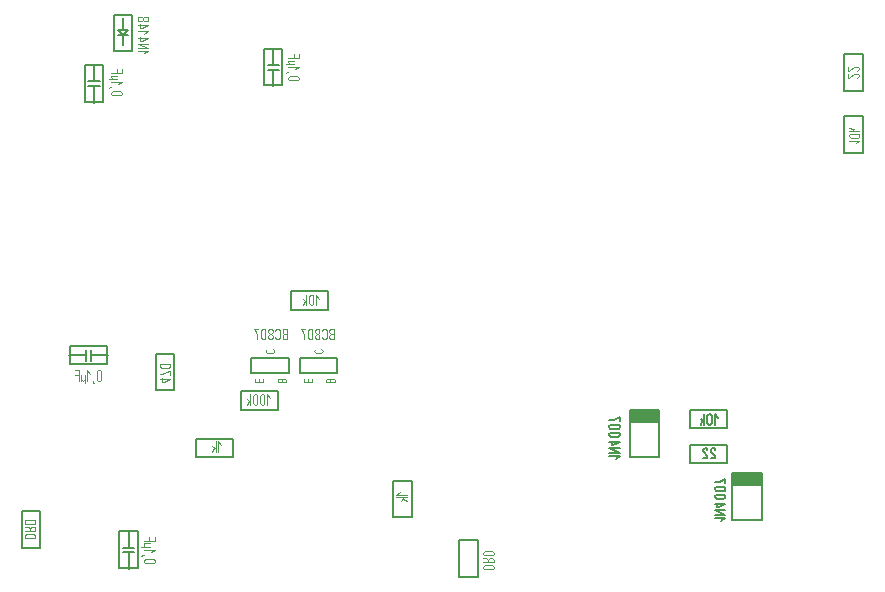
<source format=gbr>
%FSLAX34Y34*%
%MOMM*%
%LNSILK_BOTTOM*%
G71*
G01*
%ADD10C,0.150*%
%ADD11C,0.100*%
%ADD12C,0.159*%
%ADD13C,0.111*%
%ADD14C,0.089*%
%LPD*%
G54D10*
X615106Y-405050D02*
X583906Y-405050D01*
X583906Y-420650D01*
X615106Y-420650D01*
X615106Y-405050D01*
G54D10*
X615106Y-375681D02*
X583906Y-375681D01*
X583906Y-391281D01*
X615106Y-391281D01*
X615106Y-375681D01*
G54D10*
X619274Y-429262D02*
X619274Y-469262D01*
X644274Y-469262D01*
X644274Y-429262D01*
X619274Y-429262D01*
G36*
X619274Y-429262D02*
X644274Y-429262D01*
X644274Y-439262D01*
X619274Y-439262D01*
X619274Y-429262D01*
G37*
G54D11*
X619274Y-429262D02*
X644274Y-429262D01*
X644274Y-439262D01*
X619274Y-439262D01*
X619274Y-429262D01*
G54D12*
X601282Y-416719D02*
X604838Y-416719D01*
X604838Y-416163D01*
X604393Y-415052D01*
X601726Y-411719D01*
X601282Y-410608D01*
X601282Y-409496D01*
X601726Y-408385D01*
X602615Y-407830D01*
X603504Y-407830D01*
X604393Y-408385D01*
X604838Y-409496D01*
G54D12*
X594615Y-416719D02*
X598170Y-416719D01*
X598170Y-416163D01*
X597726Y-415052D01*
X595059Y-411719D01*
X594615Y-410608D01*
X594615Y-409496D01*
X595059Y-408385D01*
X595948Y-407830D01*
X596837Y-407830D01*
X597726Y-408385D01*
X598170Y-409496D01*
G54D12*
X607219Y-382588D02*
X604996Y-379255D01*
X604996Y-388144D01*
G54D12*
X598330Y-380922D02*
X598330Y-386477D01*
X598775Y-387588D01*
X599664Y-388144D01*
X600552Y-388144D01*
X601441Y-387588D01*
X601886Y-386477D01*
X601886Y-380922D01*
X601441Y-379810D01*
X600552Y-379255D01*
X599664Y-379255D01*
X598775Y-379810D01*
X598330Y-380922D01*
G54D12*
X595219Y-388144D02*
X595219Y-379255D01*
G54D12*
X593885Y-384810D02*
X592552Y-388144D01*
G54D12*
X595219Y-385922D02*
X592552Y-383144D01*
G54D10*
X532488Y-375971D02*
X532488Y-415971D01*
X557488Y-415971D01*
X557488Y-375971D01*
X532488Y-375971D01*
G36*
X532488Y-375971D02*
X557488Y-375971D01*
X557488Y-385971D01*
X532488Y-385971D01*
X532488Y-375971D01*
G37*
G54D11*
X532488Y-375971D02*
X557488Y-375971D01*
X557488Y-385971D01*
X532488Y-385971D01*
X532488Y-375971D01*
G54D10*
X729800Y-105599D02*
X729800Y-74399D01*
X714200Y-74399D01*
X714200Y-105599D01*
X729800Y-105599D01*
G54D10*
X729800Y-157986D02*
X729800Y-126786D01*
X714200Y-126786D01*
X714200Y-157986D01*
X729800Y-157986D01*
G54D13*
X717337Y-90981D02*
X717337Y-94536D01*
X717893Y-94536D01*
X719004Y-94092D01*
X722337Y-91425D01*
X723448Y-90981D01*
X724560Y-90981D01*
X725671Y-91425D01*
X726226Y-92314D01*
X726226Y-93203D01*
X725671Y-94092D01*
X724560Y-94536D01*
G54D13*
X717337Y-84981D02*
X717337Y-88536D01*
X717893Y-88536D01*
X719004Y-88092D01*
X722337Y-85425D01*
X723448Y-84981D01*
X724560Y-84981D01*
X725671Y-85425D01*
X726226Y-86314D01*
X726226Y-87203D01*
X725671Y-88092D01*
X724560Y-88536D01*
G54D13*
X723687Y-150099D02*
X727020Y-147876D01*
X718131Y-147876D01*
G54D13*
X725353Y-141877D02*
X719798Y-141877D01*
X718687Y-142322D01*
X718131Y-143210D01*
X718131Y-144099D01*
X718687Y-144988D01*
X719798Y-145433D01*
X725353Y-145433D01*
X726464Y-144988D01*
X727020Y-144099D01*
X727020Y-143210D01*
X726464Y-142322D01*
X725353Y-141877D01*
G54D13*
X718131Y-139433D02*
X727020Y-139433D01*
G54D13*
X721464Y-138099D02*
X718131Y-136766D01*
G54D13*
X720353Y-139433D02*
X723131Y-136766D01*
G54D12*
X520521Y-417220D02*
X523854Y-414998D01*
X514965Y-414998D01*
G54D12*
X514965Y-411887D02*
X523854Y-411887D01*
X514965Y-408331D01*
X523854Y-408331D01*
G54D12*
X514965Y-402553D02*
X523854Y-402553D01*
X518298Y-405220D01*
X517187Y-405220D01*
X517187Y-401664D01*
G54D12*
X522187Y-394997D02*
X516632Y-394997D01*
X515521Y-395442D01*
X514965Y-396330D01*
X514965Y-397219D01*
X515521Y-398108D01*
X516632Y-398553D01*
X522187Y-398553D01*
X523298Y-398108D01*
X523854Y-397219D01*
X523854Y-396330D01*
X523298Y-395442D01*
X522187Y-394997D01*
G54D12*
X522187Y-388330D02*
X516632Y-388330D01*
X515521Y-388775D01*
X514965Y-389664D01*
X514965Y-390552D01*
X515521Y-391441D01*
X516632Y-391886D01*
X522187Y-391886D01*
X523298Y-391441D01*
X523854Y-390552D01*
X523854Y-389664D01*
X523298Y-388775D01*
X522187Y-388330D01*
G54D12*
X523854Y-385219D02*
X523854Y-381663D01*
X522743Y-382108D01*
X521076Y-382996D01*
X518854Y-383885D01*
X517187Y-384330D01*
X514965Y-384330D01*
G54D12*
X610145Y-469697D02*
X613478Y-467474D01*
X604589Y-467474D01*
G54D12*
X604589Y-464364D02*
X613478Y-464364D01*
X604589Y-460808D01*
X613478Y-460808D01*
G54D12*
X604589Y-455030D02*
X613478Y-455030D01*
X607923Y-457697D01*
X606812Y-457697D01*
X606812Y-454141D01*
G54D12*
X611812Y-447474D02*
X606256Y-447474D01*
X605145Y-447919D01*
X604589Y-448808D01*
X604589Y-449696D01*
X605145Y-450585D01*
X606256Y-451030D01*
X611812Y-451030D01*
X612923Y-450585D01*
X613478Y-449696D01*
X613478Y-448808D01*
X612923Y-447919D01*
X611812Y-447474D01*
G54D12*
X611812Y-440807D02*
X606256Y-440807D01*
X605145Y-441252D01*
X604589Y-442140D01*
X604589Y-443029D01*
X605145Y-443918D01*
X606256Y-444363D01*
X611812Y-444363D01*
X612923Y-443918D01*
X613478Y-443029D01*
X613478Y-442140D01*
X612923Y-441252D01*
X611812Y-440807D01*
G54D12*
X613478Y-437696D02*
X613478Y-434140D01*
X612367Y-434585D01*
X610700Y-435474D01*
X608478Y-436362D01*
X606812Y-436807D01*
X604589Y-436807D01*
G54D10*
X403809Y-517150D02*
X403809Y-485950D01*
X388209Y-485950D01*
X388209Y-517150D01*
X403809Y-517150D01*
G54D10*
X332351Y-435450D02*
X332351Y-466650D01*
X347951Y-466650D01*
X347951Y-435450D01*
X332351Y-435450D01*
G54D13*
X338128Y-445154D02*
X334795Y-447376D01*
X343684Y-447376D01*
G54D13*
X343684Y-449820D02*
X334795Y-449820D01*
G54D13*
X340350Y-451153D02*
X343684Y-452486D01*
G54D13*
X341462Y-449820D02*
X338684Y-452486D01*
G54D10*
X165106Y-415788D02*
X196306Y-415788D01*
X196306Y-400188D01*
X165106Y-400188D01*
X165106Y-415788D01*
G54D13*
X186531Y-405607D02*
X184309Y-402274D01*
X184309Y-411162D01*
G54D13*
X181865Y-411162D02*
X181865Y-402274D01*
G54D13*
X180532Y-407829D02*
X179199Y-411162D01*
G54D13*
X181865Y-408940D02*
X179199Y-406162D01*
G54D13*
X415529Y-507142D02*
X409974Y-507142D01*
X408863Y-507586D01*
X408307Y-508475D01*
X408307Y-509364D01*
X408863Y-510253D01*
X409974Y-510697D01*
X415529Y-510697D01*
X416640Y-510253D01*
X417196Y-509364D01*
X417196Y-508475D01*
X416640Y-507586D01*
X415529Y-507142D01*
G54D13*
X412751Y-502920D02*
X411640Y-501586D01*
X410529Y-501142D01*
X408307Y-501142D01*
G54D13*
X408307Y-504697D02*
X417196Y-504697D01*
X417196Y-502475D01*
X416640Y-501586D01*
X415529Y-501142D01*
X414418Y-501142D01*
X413307Y-501586D01*
X412751Y-502475D01*
X412751Y-504697D01*
G54D13*
X415529Y-495142D02*
X409974Y-495142D01*
X408863Y-495586D01*
X408307Y-496475D01*
X408307Y-497364D01*
X408863Y-498253D01*
X409974Y-498697D01*
X415529Y-498697D01*
X416640Y-498253D01*
X417196Y-497364D01*
X417196Y-496475D01*
X416640Y-495586D01*
X415529Y-495142D01*
G54D10*
X116075Y-509768D02*
X116075Y-478568D01*
X100475Y-478568D01*
X100475Y-509768D01*
X116075Y-509768D01*
G54D10*
X108375Y-492355D02*
X108375Y-478068D01*
G54D10*
X113138Y-492355D02*
X103612Y-492355D01*
G54D10*
X113138Y-496324D02*
X103612Y-496324D01*
G54D10*
X108375Y-496324D02*
X108375Y-510468D01*
X108275Y-510568D01*
G54D13*
X128548Y-501866D02*
X122993Y-501866D01*
X121882Y-502310D01*
X121326Y-503199D01*
X121326Y-504088D01*
X121882Y-504976D01*
X122993Y-505421D01*
X128548Y-505421D01*
X129659Y-504976D01*
X130215Y-504088D01*
X130215Y-503199D01*
X129659Y-502310D01*
X128548Y-501866D01*
G54D13*
X121326Y-498532D02*
X120215Y-498532D01*
X119104Y-498976D01*
X119104Y-499421D01*
G54D13*
X126882Y-496088D02*
X130215Y-493866D01*
X121326Y-493866D01*
G54D13*
X126326Y-491422D02*
X119104Y-491422D01*
G54D13*
X126326Y-488755D02*
X121326Y-488755D01*
G54D13*
X122437Y-488755D02*
X121548Y-489200D01*
X121326Y-490089D01*
X121548Y-490978D01*
X122437Y-491422D01*
X126326Y-491422D01*
G54D13*
X121326Y-486311D02*
X130215Y-486311D01*
X130215Y-483200D01*
G54D13*
X125770Y-486311D02*
X125770Y-483200D01*
G54D10*
X33525Y-492544D02*
X33525Y-461344D01*
X17925Y-461344D01*
X17925Y-492544D01*
X33525Y-492544D01*
G54D13*
X27544Y-480791D02*
X21989Y-480791D01*
X20878Y-481235D01*
X20322Y-482124D01*
X20322Y-483013D01*
X20878Y-483902D01*
X21989Y-484346D01*
X27544Y-484346D01*
X28655Y-483902D01*
X29211Y-483013D01*
X29211Y-482124D01*
X28655Y-481235D01*
X27544Y-480791D01*
G54D13*
X24766Y-476568D02*
X23655Y-475235D01*
X22544Y-474791D01*
X20322Y-474791D01*
G54D13*
X20322Y-478346D02*
X29211Y-478346D01*
X29211Y-476124D01*
X28655Y-475235D01*
X27544Y-474791D01*
X26433Y-474791D01*
X25322Y-475235D01*
X24766Y-476124D01*
X24766Y-478346D01*
G54D13*
X27544Y-468791D02*
X21989Y-468791D01*
X20878Y-469235D01*
X20322Y-470124D01*
X20322Y-471013D01*
X20878Y-471902D01*
X21989Y-472346D01*
X27544Y-472346D01*
X28655Y-471902D01*
X29211Y-471013D01*
X29211Y-470124D01*
X28655Y-469235D01*
X27544Y-468791D01*
G54D10*
X86706Y-114718D02*
X86706Y-83518D01*
X71106Y-83518D01*
X71106Y-114718D01*
X86706Y-114718D01*
G54D10*
X79006Y-97306D02*
X79006Y-83018D01*
G54D10*
X83769Y-97306D02*
X74244Y-97306D01*
G54D10*
X83769Y-101274D02*
X74244Y-101274D01*
G54D10*
X79006Y-101274D02*
X79006Y-115418D01*
X78906Y-115518D01*
G54D13*
X100766Y-105784D02*
X95211Y-105784D01*
X94100Y-106228D01*
X93544Y-107117D01*
X93544Y-108006D01*
X94100Y-108895D01*
X95211Y-109339D01*
X100766Y-109339D01*
X101878Y-108895D01*
X102433Y-108006D01*
X102433Y-107117D01*
X101878Y-106228D01*
X100766Y-105784D01*
G54D13*
X93544Y-102450D02*
X92433Y-102450D01*
X91322Y-102895D01*
X91322Y-103339D01*
G54D13*
X99100Y-100006D02*
X102433Y-97784D01*
X93544Y-97784D01*
G54D13*
X98544Y-95340D02*
X91322Y-95340D01*
G54D13*
X98544Y-92674D02*
X93544Y-92674D01*
G54D13*
X94655Y-92674D02*
X93766Y-93118D01*
X93544Y-94007D01*
X93766Y-94896D01*
X94655Y-95340D01*
X98544Y-95340D01*
G54D13*
X93544Y-90229D02*
X102433Y-90229D01*
X102433Y-87118D01*
G54D13*
X97989Y-90229D02*
X97989Y-87118D01*
G54D10*
X147032Y-359194D02*
X147032Y-327994D01*
X131432Y-327994D01*
X131432Y-359194D01*
X147032Y-359194D01*
G54D13*
X134570Y-349433D02*
X143459Y-349433D01*
X137904Y-352100D01*
X136793Y-352100D01*
X136793Y-348544D01*
G54D13*
X143459Y-346100D02*
X143459Y-342544D01*
X142348Y-342989D01*
X140682Y-343878D01*
X138459Y-344766D01*
X136793Y-345211D01*
X134570Y-345211D01*
G54D13*
X141793Y-336544D02*
X136237Y-336544D01*
X135126Y-336989D01*
X134570Y-337878D01*
X134570Y-338766D01*
X135126Y-339655D01*
X136237Y-340100D01*
X141793Y-340100D01*
X142904Y-339655D01*
X143459Y-338766D01*
X143459Y-337878D01*
X142904Y-336989D01*
X141793Y-336544D01*
G54D10*
X238312Y-100986D02*
X238312Y-69786D01*
X222712Y-69786D01*
X222712Y-100986D01*
X238312Y-100986D01*
G54D10*
X230612Y-83574D02*
X230612Y-69286D01*
G54D10*
X235375Y-83574D02*
X225850Y-83574D01*
G54D10*
X235375Y-87543D02*
X225850Y-87543D01*
G54D10*
X230612Y-87543D02*
X230612Y-101686D01*
X230512Y-101786D01*
G54D13*
X250786Y-93084D02*
X245230Y-93084D01*
X244119Y-93529D01*
X243564Y-94418D01*
X243564Y-95306D01*
X244119Y-96195D01*
X245230Y-96640D01*
X250786Y-96640D01*
X251897Y-96195D01*
X252452Y-95306D01*
X252452Y-94418D01*
X251897Y-93529D01*
X250786Y-93084D01*
G54D13*
X243564Y-89751D02*
X242452Y-89751D01*
X241341Y-90195D01*
X241341Y-90640D01*
G54D13*
X249119Y-87307D02*
X252452Y-85084D01*
X243564Y-85084D01*
G54D13*
X248564Y-82641D02*
X241341Y-82641D01*
G54D13*
X248564Y-79974D02*
X243564Y-79974D01*
G54D13*
X244675Y-79974D02*
X243786Y-80418D01*
X243564Y-81307D01*
X243786Y-82196D01*
X244675Y-82641D01*
X248564Y-82641D01*
G54D13*
X243564Y-77530D02*
X252452Y-77530D01*
X252452Y-74419D01*
G54D13*
X248008Y-77530D02*
X248008Y-74419D01*
G54D10*
X211918Y-344513D02*
X211918Y-331813D01*
X243718Y-331813D01*
X243718Y-344513D01*
X211918Y-344513D01*
G54D14*
X225651Y-324368D02*
X224762Y-324724D01*
X224318Y-325435D01*
X224318Y-326146D01*
X224762Y-326857D01*
X225651Y-327213D01*
X230096Y-327213D01*
X230985Y-326857D01*
X231429Y-326146D01*
X231429Y-325435D01*
X230985Y-324724D01*
X230096Y-324368D01*
G54D14*
X215318Y-349724D02*
X215318Y-352213D01*
X222429Y-352213D01*
X222429Y-349724D01*
G54D14*
X218874Y-352213D02*
X218874Y-349724D01*
G54D14*
X234318Y-352213D02*
X241429Y-352213D01*
X241429Y-350435D01*
X240985Y-349724D01*
X240096Y-349368D01*
X239207Y-349368D01*
X238318Y-349724D01*
X237874Y-350435D01*
X237429Y-349724D01*
X236540Y-349368D01*
X235651Y-349368D01*
X234762Y-349724D01*
X234318Y-350435D01*
X234318Y-352213D01*
G54D14*
X237874Y-352213D02*
X237874Y-350435D01*
G54D10*
X253193Y-344513D02*
X253193Y-331813D01*
X284993Y-331813D01*
X284993Y-344513D01*
X253193Y-344513D01*
G54D14*
X266926Y-324368D02*
X266037Y-324724D01*
X265593Y-325435D01*
X265593Y-326146D01*
X266037Y-326857D01*
X266926Y-327213D01*
X271371Y-327213D01*
X272260Y-326857D01*
X272704Y-326146D01*
X272704Y-325435D01*
X272260Y-324724D01*
X271371Y-324368D01*
G54D14*
X256593Y-349724D02*
X256593Y-352213D01*
X263704Y-352213D01*
X263704Y-349724D01*
G54D14*
X260149Y-352213D02*
X260149Y-349724D01*
G54D14*
X275593Y-352213D02*
X282704Y-352213D01*
X282704Y-350435D01*
X282260Y-349724D01*
X281371Y-349368D01*
X280482Y-349368D01*
X279593Y-349724D01*
X279149Y-350435D01*
X278704Y-349724D01*
X277815Y-349368D01*
X276926Y-349368D01*
X276037Y-349724D01*
X275593Y-350435D01*
X275593Y-352213D01*
G54D14*
X279149Y-352213D02*
X279149Y-350435D01*
G54D10*
X234901Y-359806D02*
X203701Y-359806D01*
X203701Y-375406D01*
X234901Y-375406D01*
X234901Y-359806D01*
G54D13*
X227807Y-365918D02*
X225585Y-362585D01*
X225585Y-371474D01*
G54D13*
X219586Y-364252D02*
X219586Y-369807D01*
X220030Y-370918D01*
X220919Y-371474D01*
X221808Y-371474D01*
X222697Y-370918D01*
X223141Y-369807D01*
X223141Y-364252D01*
X222697Y-363141D01*
X221808Y-362585D01*
X220919Y-362585D01*
X220030Y-363141D01*
X219586Y-364252D01*
G54D13*
X213586Y-364252D02*
X213586Y-369807D01*
X214030Y-370918D01*
X214919Y-371474D01*
X215808Y-371474D01*
X216697Y-370918D01*
X217141Y-369807D01*
X217141Y-364252D01*
X216697Y-363141D01*
X215808Y-362585D01*
X214919Y-362585D01*
X214030Y-363141D01*
X213586Y-364252D01*
G54D13*
X211141Y-371474D02*
X211141Y-362585D01*
G54D13*
X209808Y-368141D02*
X208475Y-371474D01*
G54D13*
X211141Y-369252D02*
X208475Y-366474D01*
G54D13*
X242095Y-315912D02*
X242095Y-307023D01*
X239872Y-307023D01*
X238984Y-307578D01*
X238539Y-308689D01*
X238539Y-309800D01*
X238984Y-310912D01*
X239872Y-311467D01*
X238984Y-312023D01*
X238539Y-313134D01*
X238539Y-314245D01*
X238984Y-315356D01*
X239872Y-315912D01*
X242095Y-315912D01*
G54D13*
X242095Y-311467D02*
X239872Y-311467D01*
G54D13*
X232539Y-314245D02*
X232984Y-315356D01*
X233872Y-315912D01*
X234761Y-315912D01*
X235650Y-315356D01*
X236095Y-314245D01*
X236095Y-308689D01*
X235650Y-307578D01*
X234761Y-307023D01*
X233872Y-307023D01*
X232984Y-307578D01*
X232539Y-308689D01*
G54D13*
X227872Y-311467D02*
X228761Y-311467D01*
X229650Y-310912D01*
X230095Y-309800D01*
X230095Y-308689D01*
X229650Y-307578D01*
X228761Y-307023D01*
X227872Y-307023D01*
X226984Y-307578D01*
X226539Y-308689D01*
X226539Y-309800D01*
X226984Y-310912D01*
X227872Y-311467D01*
X226984Y-312023D01*
X226539Y-313134D01*
X226539Y-314245D01*
X226984Y-315356D01*
X227872Y-315912D01*
X228761Y-315912D01*
X229650Y-315356D01*
X230095Y-314245D01*
X230095Y-313134D01*
X229650Y-312023D01*
X228761Y-311467D01*
G54D13*
X220539Y-308689D02*
X220539Y-314245D01*
X220984Y-315356D01*
X221872Y-315912D01*
X222761Y-315912D01*
X223650Y-315356D01*
X224095Y-314245D01*
X224095Y-308689D01*
X223650Y-307578D01*
X222761Y-307023D01*
X221872Y-307023D01*
X220984Y-307578D01*
X220539Y-308689D01*
G54D13*
X218095Y-307023D02*
X214539Y-307023D01*
X214984Y-308134D01*
X215872Y-309800D01*
X216761Y-312023D01*
X217206Y-313689D01*
X217206Y-315912D01*
G54D13*
X281782Y-315912D02*
X281782Y-307023D01*
X279560Y-307023D01*
X278671Y-307578D01*
X278227Y-308689D01*
X278227Y-309800D01*
X278671Y-310912D01*
X279560Y-311467D01*
X278671Y-312023D01*
X278227Y-313134D01*
X278227Y-314245D01*
X278671Y-315356D01*
X279560Y-315912D01*
X281782Y-315912D01*
G54D13*
X281782Y-311467D02*
X279560Y-311467D01*
G54D13*
X272227Y-314245D02*
X272671Y-315356D01*
X273560Y-315912D01*
X274449Y-315912D01*
X275338Y-315356D01*
X275782Y-314245D01*
X275782Y-308689D01*
X275338Y-307578D01*
X274449Y-307023D01*
X273560Y-307023D01*
X272671Y-307578D01*
X272227Y-308689D01*
G54D13*
X267560Y-311467D02*
X268449Y-311467D01*
X269338Y-310912D01*
X269782Y-309800D01*
X269782Y-308689D01*
X269338Y-307578D01*
X268449Y-307023D01*
X267560Y-307023D01*
X266671Y-307578D01*
X266227Y-308689D01*
X266227Y-309800D01*
X266671Y-310912D01*
X267560Y-311467D01*
X266671Y-312023D01*
X266227Y-313134D01*
X266227Y-314245D01*
X266671Y-315356D01*
X267560Y-315912D01*
X268449Y-315912D01*
X269338Y-315356D01*
X269782Y-314245D01*
X269782Y-313134D01*
X269338Y-312023D01*
X268449Y-311467D01*
G54D13*
X260227Y-308689D02*
X260227Y-314245D01*
X260671Y-315356D01*
X261560Y-315912D01*
X262449Y-315912D01*
X263338Y-315356D01*
X263782Y-314245D01*
X263782Y-308689D01*
X263338Y-307578D01*
X262449Y-307023D01*
X261560Y-307023D01*
X260671Y-307578D01*
X260227Y-308689D01*
G54D13*
X257782Y-307023D02*
X254227Y-307023D01*
X254671Y-308134D01*
X255560Y-309800D01*
X256449Y-312023D01*
X256893Y-313689D01*
X256893Y-315912D01*
G54D10*
X58744Y-337205D02*
X89944Y-337205D01*
X89944Y-321605D01*
X58744Y-321605D01*
X58744Y-337205D01*
G54D10*
X76156Y-329505D02*
X90444Y-329505D01*
G54D10*
X76156Y-334268D02*
X76156Y-324742D01*
G54D10*
X72187Y-334268D02*
X72187Y-324742D01*
G54D10*
X72187Y-329505D02*
X58044Y-329505D01*
X57944Y-329405D01*
G54D13*
X81377Y-343615D02*
X81377Y-349171D01*
X81821Y-350282D01*
X82710Y-350838D01*
X83599Y-350838D01*
X84488Y-350282D01*
X84932Y-349171D01*
X84932Y-343615D01*
X84488Y-342504D01*
X83599Y-341949D01*
X82710Y-341949D01*
X81821Y-342504D01*
X81377Y-343615D01*
G54D13*
X78043Y-350838D02*
X78043Y-351949D01*
X78488Y-353060D01*
X78932Y-353060D01*
G54D13*
X75599Y-345282D02*
X73377Y-341949D01*
X73377Y-350838D01*
G54D13*
X70933Y-345838D02*
X70933Y-353060D01*
G54D13*
X68267Y-345838D02*
X68267Y-350838D01*
G54D13*
X68267Y-349726D02*
X68711Y-350615D01*
X69600Y-350838D01*
X70489Y-350615D01*
X70933Y-349726D01*
X70933Y-345838D01*
G54D13*
X65822Y-350838D02*
X65822Y-341949D01*
X62711Y-341949D01*
G54D13*
X65822Y-346393D02*
X62711Y-346393D01*
G54D10*
X95813Y-40954D02*
X95813Y-72154D01*
X111413Y-72154D01*
X111413Y-40954D01*
X95813Y-40954D01*
G54D10*
X99607Y-58380D02*
X107544Y-58380D01*
G54D10*
X103576Y-58380D02*
X99607Y-54411D01*
X107544Y-54411D01*
X103576Y-58380D01*
G54D10*
X103576Y-58380D02*
X103576Y-67111D01*
G54D10*
X103576Y-54411D02*
X103576Y-44092D01*
G54D13*
X121443Y-73819D02*
X124776Y-71596D01*
X115888Y-71596D01*
G54D13*
X115888Y-69153D02*
X124776Y-69153D01*
X115888Y-65597D01*
X124776Y-65597D01*
G54D13*
X115888Y-60486D02*
X124776Y-60486D01*
X119221Y-63153D01*
X118110Y-63153D01*
X118110Y-59597D01*
G54D13*
X121443Y-57153D02*
X124776Y-54930D01*
X115888Y-54930D01*
G54D13*
X115888Y-49820D02*
X124776Y-49820D01*
X119221Y-52487D01*
X118110Y-52487D01*
X118110Y-48931D01*
G54D13*
X120332Y-44264D02*
X120332Y-45153D01*
X120888Y-46042D01*
X121999Y-46487D01*
X123110Y-46487D01*
X124221Y-46042D01*
X124776Y-45153D01*
X124776Y-44264D01*
X124221Y-43376D01*
X123110Y-42931D01*
X121999Y-42931D01*
X120888Y-43376D01*
X120332Y-44264D01*
X119776Y-43376D01*
X118665Y-42931D01*
X117554Y-42931D01*
X116443Y-43376D01*
X115888Y-44264D01*
X115888Y-45153D01*
X116443Y-46042D01*
X117554Y-46487D01*
X118665Y-46487D01*
X119776Y-46042D01*
X120332Y-45153D01*
G54D10*
X277125Y-275280D02*
X245925Y-275280D01*
X245925Y-290880D01*
X277125Y-290880D01*
X277125Y-275280D01*
G54D13*
X269238Y-281393D02*
X267015Y-278060D01*
X267015Y-286948D01*
G54D13*
X261016Y-279726D02*
X261016Y-285282D01*
X261460Y-286393D01*
X262349Y-286948D01*
X263238Y-286948D01*
X264127Y-286393D01*
X264572Y-285282D01*
X264572Y-279726D01*
X264127Y-278615D01*
X263238Y-278060D01*
X262349Y-278060D01*
X261460Y-278615D01*
X261016Y-279726D01*
G54D13*
X258572Y-286948D02*
X258572Y-278060D01*
G54D13*
X257238Y-283615D02*
X255905Y-286948D01*
G54D13*
X258572Y-284726D02*
X255905Y-281948D01*
M02*

</source>
